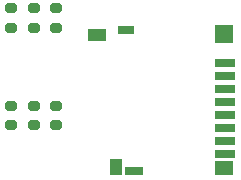
<source format=gbr>
%TF.GenerationSoftware,KiCad,Pcbnew,9.0.2+dfsg-1*%
%TF.CreationDate,2025-06-02T16:04:06+08:00*%
%TF.ProjectId,sd,73642e6b-6963-4616-945f-706362585858,rev?*%
%TF.SameCoordinates,Original*%
%TF.FileFunction,Paste,Top*%
%TF.FilePolarity,Positive*%
%FSLAX46Y46*%
G04 Gerber Fmt 4.6, Leading zero omitted, Abs format (unit mm)*
G04 Created by KiCad (PCBNEW 9.0.2+dfsg-1) date 2025-06-02 16:04:06*
%MOMM*%
%LPD*%
G01*
G04 APERTURE LIST*
G04 Aperture macros list*
%AMRoundRect*
0 Rectangle with rounded corners*
0 $1 Rounding radius*
0 $2 $3 $4 $5 $6 $7 $8 $9 X,Y pos of 4 corners*
0 Add a 4 corners polygon primitive as box body*
4,1,4,$2,$3,$4,$5,$6,$7,$8,$9,$2,$3,0*
0 Add four circle primitives for the rounded corners*
1,1,$1+$1,$2,$3*
1,1,$1+$1,$4,$5*
1,1,$1+$1,$6,$7*
1,1,$1+$1,$8,$9*
0 Add four rect primitives between the rounded corners*
20,1,$1+$1,$2,$3,$4,$5,0*
20,1,$1+$1,$4,$5,$6,$7,0*
20,1,$1+$1,$6,$7,$8,$9,0*
20,1,$1+$1,$8,$9,$2,$3,0*%
G04 Aperture macros list end*
%ADD10RoundRect,0.200000X-0.275000X0.200000X-0.275000X-0.200000X0.275000X-0.200000X0.275000X0.200000X0*%
%ADD11R,1.750000X0.700000*%
%ADD12R,1.000000X1.450000*%
%ADD13R,1.550000X1.000000*%
%ADD14R,1.500000X0.800000*%
%ADD15R,1.500000X1.300000*%
%ADD16R,1.500000X1.500000*%
%ADD17R,1.400000X0.800000*%
G04 APERTURE END LIST*
D10*
%TO.C,R5*%
X155575000Y-95695000D03*
X155575000Y-97345000D03*
%TD*%
D11*
%TO.C,J1*%
X171757500Y-92055000D03*
X171757500Y-93155000D03*
X171757500Y-94255000D03*
X171757500Y-95355000D03*
X171757500Y-96455000D03*
X171757500Y-97555000D03*
X171757500Y-98655000D03*
X171757500Y-99755000D03*
D12*
X162532500Y-100880000D03*
D13*
X160957500Y-89655000D03*
D14*
X164032500Y-101205000D03*
D15*
X171632500Y-100955000D03*
D16*
X171632500Y-89605000D03*
D17*
X163382500Y-89255000D03*
%TD*%
D10*
%TO.C,R1*%
X153670000Y-87440000D03*
X153670000Y-89090000D03*
%TD*%
%TO.C,R2*%
X155575000Y-87440000D03*
X155575000Y-89090000D03*
%TD*%
%TO.C,R6*%
X157480000Y-95695000D03*
X157480000Y-97345000D03*
%TD*%
%TO.C,R4*%
X153670000Y-95695000D03*
X153670000Y-97345000D03*
%TD*%
%TO.C,R3*%
X157480000Y-87440000D03*
X157480000Y-89090000D03*
%TD*%
M02*

</source>
